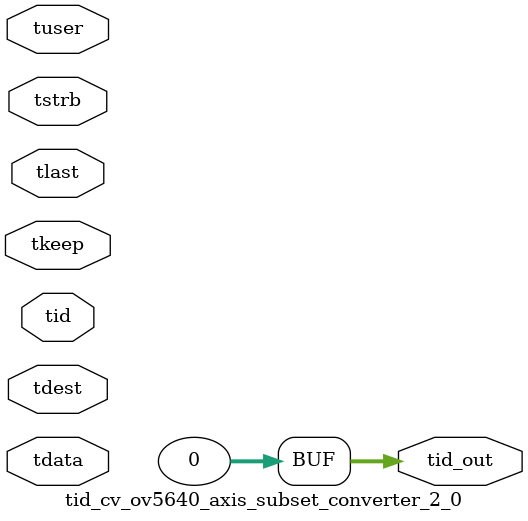
<source format=v>


`timescale 1ps/1ps

module tid_cv_ov5640_axis_subset_converter_2_0 #
(
parameter C_S_AXIS_TID_WIDTH   = 1,
parameter C_S_AXIS_TUSER_WIDTH = 0,
parameter C_S_AXIS_TDATA_WIDTH = 0,
parameter C_S_AXIS_TDEST_WIDTH = 0,
parameter C_M_AXIS_TID_WIDTH   = 32
)
(
input  [(C_S_AXIS_TID_WIDTH   == 0 ? 1 : C_S_AXIS_TID_WIDTH)-1:0       ] tid,
input  [(C_S_AXIS_TDATA_WIDTH == 0 ? 1 : C_S_AXIS_TDATA_WIDTH)-1:0     ] tdata,
input  [(C_S_AXIS_TUSER_WIDTH == 0 ? 1 : C_S_AXIS_TUSER_WIDTH)-1:0     ] tuser,
input  [(C_S_AXIS_TDEST_WIDTH == 0 ? 1 : C_S_AXIS_TDEST_WIDTH)-1:0     ] tdest,
input  [(C_S_AXIS_TDATA_WIDTH/8)-1:0 ] tkeep,
input  [(C_S_AXIS_TDATA_WIDTH/8)-1:0 ] tstrb,
input                                                                    tlast,
output [(C_M_AXIS_TID_WIDTH   == 0 ? 1 : C_M_AXIS_TID_WIDTH)-1:0       ] tid_out
);

assign tid_out = {1'b0};

endmodule


</source>
